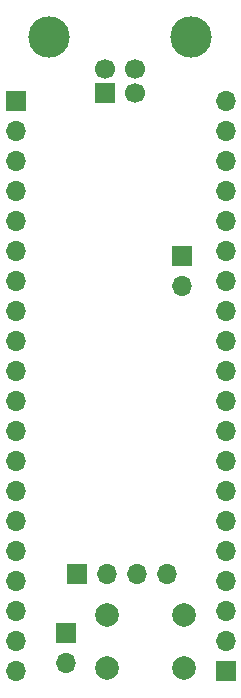
<source format=gbr>
%TF.GenerationSoftware,KiCad,Pcbnew,(6.0.11)*%
%TF.CreationDate,2024-02-22T22:03:45-06:00*%
%TF.ProjectId,PicoAlt,5069636f-416c-4742-9e6b-696361645f70,rev?*%
%TF.SameCoordinates,Original*%
%TF.FileFunction,Soldermask,Bot*%
%TF.FilePolarity,Negative*%
%FSLAX46Y46*%
G04 Gerber Fmt 4.6, Leading zero omitted, Abs format (unit mm)*
G04 Created by KiCad (PCBNEW (6.0.11)) date 2024-02-22 22:03:45*
%MOMM*%
%LPD*%
G01*
G04 APERTURE LIST*
%ADD10R,1.700000X1.700000*%
%ADD11C,1.700000*%
%ADD12C,3.500000*%
%ADD13O,1.700000X1.700000*%
%ADD14C,2.000000*%
G04 APERTURE END LIST*
D10*
%TO.C,J2*%
X147290000Y-78040000D03*
D11*
X149790000Y-78040000D03*
X149790000Y-76040000D03*
X147290000Y-76040000D03*
D12*
X142520000Y-73330000D03*
X154560000Y-73330000D03*
%TD*%
D10*
%TO.C,JP2*%
X143940000Y-123740000D03*
D13*
X143940000Y-126280000D03*
%TD*%
D14*
%TO.C,SW1*%
X153920000Y-122230000D03*
X147420000Y-122230000D03*
X153920000Y-126730000D03*
X147420000Y-126730000D03*
%TD*%
D13*
%TO.C,JP1*%
X153740000Y-94390000D03*
D10*
X153740000Y-91850000D03*
%TD*%
%TO.C,J5*%
X157480000Y-127000000D03*
D13*
X157480000Y-124460000D03*
X157480000Y-121920000D03*
X157480000Y-119380000D03*
X157480000Y-116840000D03*
X157480000Y-114300000D03*
X157480000Y-111760000D03*
X157480000Y-109220000D03*
X157480000Y-106680000D03*
X157480000Y-104140000D03*
X157480000Y-101600000D03*
X157480000Y-99060000D03*
X157480000Y-96520000D03*
X157480000Y-93980000D03*
X157480000Y-91440000D03*
X157480000Y-88900000D03*
X157480000Y-86360000D03*
X157480000Y-83820000D03*
X157480000Y-81280000D03*
X157480000Y-78740000D03*
%TD*%
D10*
%TO.C,J4*%
X139700000Y-78740000D03*
D13*
X139700000Y-81280000D03*
X139700000Y-83820000D03*
X139700000Y-86360000D03*
X139700000Y-88900000D03*
X139700000Y-91440000D03*
X139700000Y-93980000D03*
X139700000Y-96520000D03*
X139700000Y-99060000D03*
X139700000Y-101600000D03*
X139700000Y-104140000D03*
X139700000Y-106680000D03*
X139700000Y-109220000D03*
X139700000Y-111760000D03*
X139700000Y-114300000D03*
X139700000Y-116840000D03*
X139700000Y-119380000D03*
X139700000Y-121920000D03*
X139700000Y-124460000D03*
X139700000Y-127000000D03*
%TD*%
%TO.C,J3*%
X152470000Y-118740000D03*
X149930000Y-118740000D03*
X147390000Y-118740000D03*
D10*
X144850000Y-118740000D03*
%TD*%
M02*

</source>
